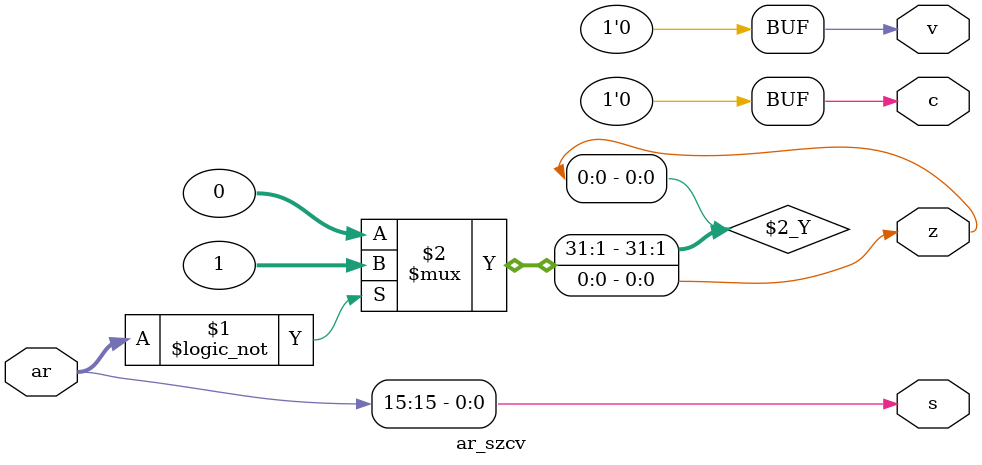
<source format=v>
module ar_szcv(
    input [15:0] ar,
	output s,z,c,v );
assign z = (ar == 16'h0)? 1:0;

// overflow
assign v = 0;
assign c = 0;
						
assign s = ar[15];

endmodule
 
</source>
